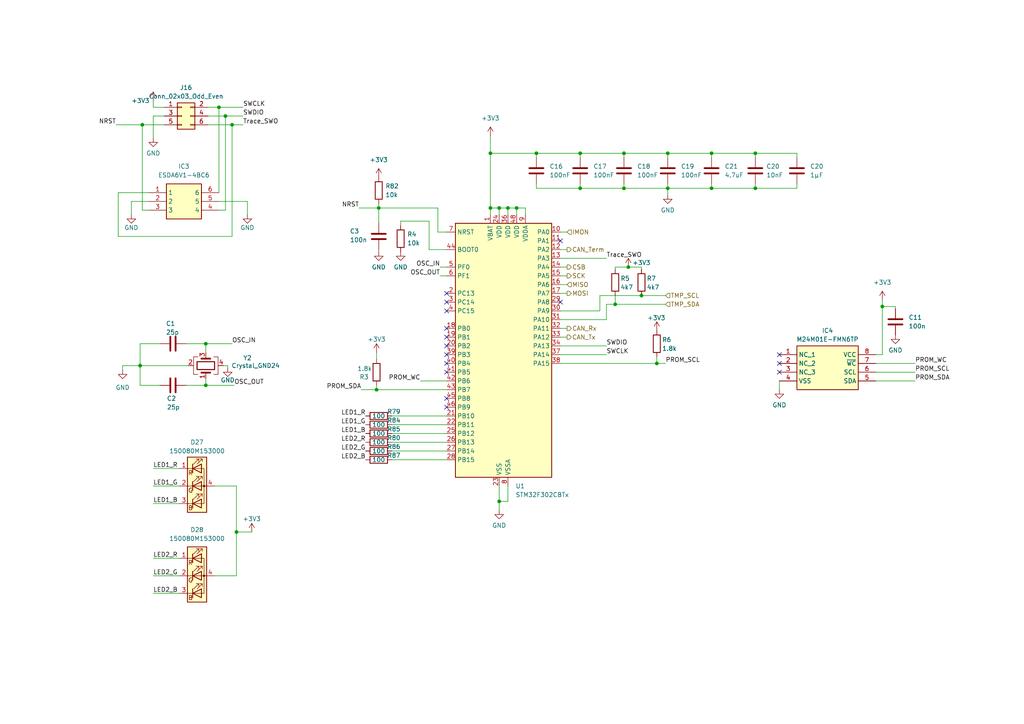
<source format=kicad_sch>
(kicad_sch (version 20230121) (generator eeschema)
  (paper "A4")
  (lib_symbols
    (symbol "Connector_Generic:Conn_02x03_Odd_Even" (pin_names (offset 1.016) hide)
      (property "Reference" "J" (at 1.27 5.08 0))
      (property "Value" "Conn_02x03_Odd_Even" (at 1.27 -5.08 0))
      (symbol "Conn_02x03_Odd_Even_1_1"
        (rectangle (start -1.27 -2.413) (end 0 -2.667) (stroke (width 0.1524)))
        (rectangle (start -1.27 0.127) (end 0 -0.127) (stroke (width 0.1524)))
        (rectangle (start -1.27 2.667) (end 0 2.413) (stroke (width 0.1524)))
        (rectangle (start -1.27 3.81) (end 3.81 -3.81) (stroke (width 0.254)) (fill (type background)))
        (rectangle (start 3.81 -2.413) (end 2.54 -2.667) (stroke (width 0.1524)))
        (rectangle (start 3.81 0.127) (end 2.54 -0.127) (stroke (width 0.1524)))
        (rectangle (start 3.81 2.667) (end 2.54 2.413) (stroke (width 0.1524)))
        (pin passive line (at -5.08 2.54 0) (length 3.81) (name "Pin_1") (number "1"))
        (pin passive line (at 7.62 2.54 180) (length 3.81) (name "Pin_2") (number "2"))
        (pin passive line (at -5.08 0 0) (length 3.81) (name "Pin_3") (number "3"))
        (pin passive line (at 7.62 0 180) (length 3.81) (name "Pin_4") (number "4"))
        (pin passive line (at -5.08 -2.54 0) (length 3.81) (name "Pin_5") (number "5"))
        (pin passive line (at 7.62 -2.54 180) (length 3.81) (name "Pin_6") (number "6"))
      )
    )
    (symbol "Device:C" (pin_numbers hide) (pin_names (offset 0.254))
      (property "Reference" "C" (at 0.635 2.54 0))
      (property "Value" "C" (at 0.635 -2.54 0))
      (symbol "C_0_1"
        (polyline (pts (xy -2.032 -0.762) (xy 2.032 -0.762)) (stroke (width 0.508)))
        (polyline (pts (xy -2.032 0.762) (xy 2.032 0.762)) (stroke (width 0.508)))
      )
      (symbol "C_1_1"
        (pin passive line (at 0 3.81 270) (length 2.794) (name "~") (number "1"))
        (pin passive line (at 0 -3.81 90) (length 2.794) (name "~") (number "2"))
      )
    )
    (symbol "Device:Crystal_GND24" (pin_names (offset 1.016) hide)
      (property "Reference" "Y" (at 3.175 5.08 0))
      (property "Value" "Crystal_GND24" (at 3.175 3.175 0))
      (symbol "Crystal_GND24_0_1"
        (rectangle (start -1.143 2.54) (end 1.143 -2.54) (stroke (width 0.3048)))
        (polyline (pts (xy -2.54 0) (xy -2.032 0)))
        (polyline (pts (xy -2.032 -1.27) (xy -2.032 1.27)) (stroke (width 0.508)))
        (polyline (pts (xy 0 -3.81) (xy 0 -3.556)))
        (polyline (pts (xy 0 3.556) (xy 0 3.81)))
        (polyline (pts (xy 2.032 -1.27) (xy 2.032 1.27)) (stroke (width 0.508)))
        (polyline (pts (xy 2.032 0) (xy 2.54 0)))
        (polyline (pts (xy -2.54 -2.286) (xy -2.54 -3.556) (xy 2.54 -3.556) (xy 2.54 -2.286)))
        (polyline (pts (xy -2.54 2.286) (xy -2.54 3.556) (xy 2.54 3.556) (xy 2.54 2.286)))
      )
      (symbol "Crystal_GND24_1_1"
        (pin passive line (at -3.81 0 0) (length 1.27) (name "1") (number "1"))
        (pin passive line (at 0 5.08 270) (length 1.27) (name "2") (number "2"))
        (pin passive line (at 3.81 0 180) (length 1.27) (name "3") (number "3"))
        (pin passive line (at 0 -5.08 90) (length 1.27) (name "4") (number "4"))
      )
    )
    (symbol "Device:LED_RGBA" (pin_names (offset 0) hide)
      (property "Reference" "D" (at 0 9.398 0))
      (property "Value" "LED_RGBA" (at 0 -8.89 0))
      (symbol "LED_RGBA_0_0"
        (text "B" (at -1.905 -6.35 0) (effects (font (size 1.27 1.27))))
        (text "G" (at -1.905 -1.27 0) (effects (font (size 1.27 1.27))))
        (text "R" (at -1.905 3.81 0) (effects (font (size 1.27 1.27))))
      )
      (symbol "LED_RGBA_0_1"
        (polyline (pts (xy -1.27 -5.08) (xy -2.54 -5.08)))
        (polyline (pts (xy -1.27 -5.08) (xy 1.27 -5.08)))
        (polyline (pts (xy -1.27 -3.81) (xy -1.27 -6.35)) (stroke (width 0.254)))
        (polyline (pts (xy -1.27 0) (xy -2.54 0)))
        (polyline (pts (xy -1.27 1.27) (xy -1.27 -1.27)) (stroke (width 0.254)))
        (polyline (pts (xy -1.27 5.08) (xy -2.54 5.08)))
        (polyline (pts (xy -1.27 5.08) (xy 1.27 5.08)))
        (polyline (pts (xy -1.27 6.35) (xy -1.27 3.81)) (stroke (width 0.254)))
        (polyline (pts (xy 1.27 0) (xy -1.27 0)))
        (polyline (pts (xy 1.27 0) (xy 2.54 0)))
        (polyline (pts (xy -1.27 1.27) (xy -1.27 -1.27) (xy -1.27 -1.27)))
        (polyline (pts (xy -1.27 6.35) (xy -1.27 3.81) (xy -1.27 3.81)))
        (polyline (pts (xy 1.27 -5.08) (xy 2.032 -5.08) (xy 2.032 5.08) (xy 1.27 5.08)))
        (polyline (pts (xy 1.27 -3.81) (xy 1.27 -6.35) (xy -1.27 -5.08) (xy 1.27 -3.81)) (stroke (width 0.254)))
        (polyline (pts (xy 1.27 1.27) (xy 1.27 -1.27) (xy -1.27 0) (xy 1.27 1.27)) (stroke (width 0.254)))
        (polyline (pts (xy 1.27 6.35) (xy 1.27 3.81) (xy -1.27 5.08) (xy 1.27 6.35)) (stroke (width 0.254)))
        (polyline (pts (xy -1.016 -3.81) (xy 0.508 -2.286) (xy -0.254 -2.286) (xy 0.508 -2.286) (xy 0.508 -3.048)))
        (polyline (pts (xy -1.016 1.27) (xy 0.508 2.794) (xy -0.254 2.794) (xy 0.508 2.794) (xy 0.508 2.032)))
        (polyline (pts (xy -1.016 6.35) (xy 0.508 7.874) (xy -0.254 7.874) (xy 0.508 7.874) (xy 0.508 7.112)))
        (polyline (pts (xy 0 -3.81) (xy 1.524 -2.286) (xy 0.762 -2.286) (xy 1.524 -2.286) (xy 1.524 -3.048)))
        (polyline (pts (xy 0 1.27) (xy 1.524 2.794) (xy 0.762 2.794) (xy 1.524 2.794) (xy 1.524 2.032)))
        (polyline (pts (xy 0 6.35) (xy 1.524 7.874) (xy 0.762 7.874) (xy 1.524 7.874) (xy 1.524 7.112)))
        (rectangle (start 1.27 -1.27) (end 1.27 1.27))
        (rectangle (start 1.27 1.27) (end 1.27 1.27))
        (rectangle (start 1.27 3.81) (end 1.27 6.35))
        (rectangle (start 1.27 6.35) (end 1.27 6.35))
        (circle (center 2.032 0) (radius 0.254) (fill (type outline)))
        (rectangle (start 2.794 8.382) (end -2.794 -7.62) (stroke (width 0.254)) (fill (type background)))
      )
      (symbol "LED_RGBA_1_1"
        (pin passive line (at -5.08 5.08 0) (length 2.54) (name "RK") (number "1"))
        (pin passive line (at -5.08 0 0) (length 2.54) (name "GK") (number "2"))
        (pin passive line (at -5.08 -5.08 0) (length 2.54) (name "BK") (number "3"))
        (pin passive line (at 5.08 0 180) (length 2.54) (name "A") (number "4"))
      )
    )
    (symbol "Device:R" (pin_numbers hide) (pin_names (offset 0))
      (property "Reference" "R" (at 2.032 0 90))
      (property "Value" "R" (at 0 0 90))
      (symbol "R_0_1"
        (rectangle (start -1.016 -2.54) (end 1.016 2.54) (stroke (width 0.254)))
      )
      (symbol "R_1_1"
        (pin passive line (at 0 3.81 270) (length 1.27) (name "~") (number "1"))
        (pin passive line (at 0 -3.81 90) (length 1.27) (name "~") (number "2"))
      )
    )
    (symbol "ESDA6V1-4BC6:ESDA6V1-4BC6"
      (property "Reference" "IC" (at 16.51 7.62 0))
      (property "Value" "ESDA6V1-4BC6" (at 16.51 5.08 0))
      (symbol "ESDA6V1-4BC6_1_1"
        (rectangle (start 5.08 2.54) (end 15.24 -7.62) (stroke (width 0.254)) (fill (type background)))
        (pin passive line (at 0 0 0) (length 5.08) (name "1") (number "1"))
        (pin passive line (at 0 -2.54 0) (length 5.08) (name "2") (number "2"))
        (pin passive line (at 0 -5.08 0) (length 5.08) (name "3") (number "3"))
        (pin passive line (at 20.32 -5.08 180) (length 5.08) (name "4") (number "4"))
        (pin passive line (at 20.32 -2.54 180) (length 5.08) (name "5") (number "5"))
        (pin passive line (at 20.32 0 180) (length 5.08) (name "6") (number "6"))
      )
    )
    (symbol "M24M01E-FMN6TP:M24M01E-FMN6TP"
      (property "Reference" "IC" (at 24.13 7.62 0))
      (property "Value" "M24M01E-FMN6TP" (at 24.13 5.08 0))
      (symbol "M24M01E-FMN6TP_1_1"
        (rectangle (start 5.08 2.54) (end 22.86 -10.16) (stroke (width 0.254)) (fill (type background)))
        (pin passive line (at 0 0 0) (length 5.08) (name "NC_1") (number "1"))
        (pin passive line (at 0 -2.54 0) (length 5.08) (name "NC_2") (number "2"))
        (pin passive line (at 0 -5.08 0) (length 5.08) (name "NC_3") (number "3"))
        (pin passive line (at 0 -7.62 0) (length 5.08) (name "VSS") (number "4"))
        (pin passive line (at 27.94 -7.62 180) (length 5.08) (name "SDA") (number "5"))
        (pin passive line (at 27.94 -5.08 180) (length 5.08) (name "SCL") (number "6"))
        (pin passive line (at 27.94 -2.54 180) (length 5.08) (name "~{WC}") (number "7"))
        (pin passive line (at 27.94 0 180) (length 5.08) (name "VCC") (number "8"))
      )
    )
    (symbol "MCU_ST_STM32F3:STM32F302CBTx"
      (property "Reference" "U" (at -12.7 39.37 0))
      (property "Value" "STM32F302CBTx" (at 10.16 39.37 0))
      (symbol "STM32F302CBTx_0_1"
        (rectangle (start -12.7 -35.56) (end 15.24 38.1) (stroke (width 0.254)) (fill (type background)))
      )
      (symbol "STM32F302CBTx_1_1"
        (pin power_in line (at -2.54 40.64 270) (length 2.54) (name "VBAT") (number "1"))
        (pin bidirectional line (at 17.78 35.56 180) (length 2.54) (name "PA0") (number "10"))
        (pin bidirectional line (at 17.78 33.02 180) (length 2.54) (name "PA1") (number "11"))
        (pin bidirectional line (at 17.78 30.48 180) (length 2.54) (name "PA2") (number "12"))
        (pin bidirectional line (at 17.78 27.94 180) (length 2.54) (name "PA3") (number "13"))
        (pin bidirectional line (at 17.78 25.4 180) (length 2.54) (name "PA4") (number "14"))
        (pin bidirectional line (at 17.78 22.86 180) (length 2.54) (name "PA5") (number "15"))
        (pin bidirectional line (at 17.78 20.32 180) (length 2.54) (name "PA6") (number "16"))
        (pin bidirectional line (at 17.78 17.78 180) (length 2.54) (name "PA7") (number "17"))
        (pin bidirectional line (at -15.24 7.62 0) (length 2.54) (name "PB0") (number "18"))
        (pin bidirectional line (at -15.24 5.08 0) (length 2.54) (name "PB1") (number "19"))
        (pin bidirectional line (at -15.24 17.78 0) (length 2.54) (name "PC13") (number "2"))
        (pin bidirectional line (at -15.24 2.54 0) (length 2.54) (name "PB2") (number "20"))
        (pin bidirectional line (at -15.24 -17.78 0) (length 2.54) (name "PB10") (number "21"))
        (pin bidirectional line (at -15.24 -20.32 0) (length 2.54) (name "PB11") (number "22"))
        (pin power_in line (at 0 -38.1 90) (length 2.54) (name "VSS") (number "23"))
        (pin power_in line (at 0 40.64 270) (length 2.54) (name "VDD") (number "24"))
        (pin bidirectional line (at -15.24 -22.86 0) (length 2.54) (name "PB12") (number "25"))
        (pin bidirectional line (at -15.24 -25.4 0) (length 2.54) (name "PB13") (number "26"))
        (pin bidirectional line (at -15.24 -27.94 0) (length 2.54) (name "PB14") (number "27"))
        (pin bidirectional line (at -15.24 -30.48 0) (length 2.54) (name "PB15") (number "28"))
        (pin bidirectional line (at 17.78 15.24 180) (length 2.54) (name "PA8") (number "29"))
        (pin bidirectional line (at -15.24 15.24 0) (length 2.54) (name "PC14") (number "3"))
        (pin bidirectional line (at 17.78 12.7 180) (length 2.54) (name "PA9") (number "30"))
        (pin bidirectional line (at 17.78 10.16 180) (length 2.54) (name "PA10") (number "31"))
        (pin bidirectional line (at 17.78 7.62 180) (length 2.54) (name "PA11") (number "32"))
        (pin bidirectional line (at 17.78 5.08 180) (length 2.54) (name "PA12") (number "33"))
        (pin bidirectional line (at 17.78 2.54 180) (length 2.54) (name "PA13") (number "34"))
        (pin passive line (at 0 -38.1 90) (length 2.54) hide (name "VSS") (number "35"))
        (pin power_in line (at 2.54 40.64 270) (length 2.54) (name "VDD") (number "36"))
        (pin bidirectional line (at 17.78 0 180) (length 2.54) (name "PA14") (number "37"))
        (pin bidirectional line (at 17.78 -2.54 180) (length 2.54) (name "PA15") (number "38"))
        (pin bidirectional line (at -15.24 0 0) (length 2.54) (name "PB3") (number "39"))
        (pin bidirectional line (at -15.24 12.7 0) (length 2.54) (name "PC15") (number "4"))
        (pin bidirectional line (at -15.24 -2.54 0) (length 2.54) (name "PB4") (number "40"))
        (pin bidirectional line (at -15.24 -5.08 0) (length 2.54) (name "PB5") (number "41"))
        (pin bidirectional line (at -15.24 -7.62 0) (length 2.54) (name "PB6") (number "42"))
        (pin bidirectional line (at -15.24 -10.16 0) (length 2.54) (name "PB7") (number "43"))
        (pin input line (at -15.24 30.48 0) (length 2.54) (name "BOOT0") (number "44"))
        (pin bidirectional line (at -15.24 -12.7 0) (length 2.54) (name "PB8") (number "45"))
        (pin bidirectional line (at -15.24 -15.24 0) (length 2.54) (name "PB9") (number "46"))
        (pin passive line (at 0 -38.1 90) (length 2.54) hide (name "VSS") (number "47"))
        (pin power_in line (at 5.08 40.64 270) (length 2.54) (name "VDD") (number "48"))
        (pin bidirectional line (at -15.24 25.4 0) (length 2.54) (name "PF0") (number "5"))
        (pin bidirectional line (at -15.24 22.86 0) (length 2.54) (name "PF1") (number "6"))
        (pin input line (at -15.24 35.56 0) (length 2.54) (name "NRST") (number "7"))
        (pin power_in line (at 2.54 -38.1 90) (length 2.54) (name "VSSA") (number "8"))
        (pin power_in line (at 7.62 40.64 270) (length 2.54) (name "VDDA") (number "9"))
      )
    )
    (symbol "power:+3V3" (power) (pin_names (offset 0))
      (property "Value" "+3V3" (at 0 3.556 0))
      (symbol "+3V3_0_1"
        (polyline (pts (xy -0.762 1.27) (xy 0 2.54)))
        (polyline (pts (xy 0 0) (xy 0 2.54)))
        (polyline (pts (xy 0 2.54) (xy 0.762 1.27)))
      )
      (symbol "+3V3_1_1"
        (pin power_in line (at 0 0 90) (length 0) hide (name "+3V3") (number "1"))
      )
    )
    (symbol "power:GND" (power) (pin_names (offset 0))
      (property "Value" "GND" (at 0 -3.81 0))
      (symbol "GND_0_1"
        (polyline (pts (xy 0 0) (xy 0 -1.27) (xy 1.27 -1.27) (xy 0 -2.54) (xy -1.27 -1.27) (xy 0 -1.27)))
      )
      (symbol "GND_1_1"
        (pin power_in line (at 0 0 270) (length 0) hide (name "GND") (number "1"))
      )
    )
  )
  (junction (at 193.675 54.61))
  (junction (at 147.32 60.325))
  (junction (at 178.435 88.265))
  (junction (at 219.075 44.45))
  (junction (at 41.275 36.195))
  (junction (at 206.375 54.61))
  (junction (at 206.375 44.45))
  (junction (at 142.24 44.45))
  (junction (at 144.78 60.325))
  (junction (at 180.975 44.45))
  (junction (at 186.055 85.725))
  (junction (at 109.22 113.03))
  (junction (at 59.69 99.695))
  (junction (at 180.975 54.61))
  (junction (at 67.31 36.195))
  (junction (at 149.86 60.325))
  (junction (at 182.245 77.47))
  (junction (at 219.075 54.61))
  (junction (at 142.24 60.325))
  (junction (at 68.58 154.305))
  (junction (at 190.5 105.41))
  (junction (at 40.64 106.045))
  (junction (at 255.905 88.9))
  (junction (at 63.5 31.115))
  (junction (at 109.855 60.325))
  (junction (at 168.275 54.61))
  (junction (at 65.405 33.655))
  (junction (at 155.575 44.45))
  (junction (at 144.78 145.415))
  (junction (at 59.69 111.76))
  (junction (at 193.675 44.45))
  (junction (at 168.275 44.45))
  (no_connect (at 129.54 90.17))
  (no_connect (at 129.54 100.33))
  (no_connect (at 226.06 107.95))
  (no_connect (at 226.06 102.87))
  (no_connect (at 129.54 115.57))
  (no_connect (at 129.54 107.95))
  (no_connect (at 129.54 87.63))
  (no_connect (at 129.54 95.25))
  (no_connect (at 129.54 102.87))
  (no_connect (at 162.56 87.63))
  (no_connect (at 162.56 69.85))
  (no_connect (at 129.54 85.09))
  (no_connect (at 129.54 105.41))
  (no_connect (at 129.54 97.79))
  (no_connect (at 129.54 118.11))
  (no_connect (at 226.06 105.41))
  (wire (pts (xy 109.22 113.03) (xy 129.54 113.03)))
  (wire (pts (xy 38.1 58.42) (xy 43.18 58.42)))
  (wire (pts (xy 67.31 68.58) (xy 67.31 36.195)))
  (wire (pts (xy 155.575 44.45) (xy 155.575 45.72)))
  (wire (pts (xy 144.78 60.325) (xy 144.78 62.23)))
  (wire (pts (xy 164.465 80.01) (xy 162.56 80.01)))
  (wire (pts (xy 144.78 145.415) (xy 144.78 147.955)))
  (wire (pts (xy 265.43 107.95) (xy 254 107.95)))
  (wire (pts (xy 60.325 36.195) (xy 67.31 36.195)))
  (wire (pts (xy 265.43 110.49) (xy 254 110.49)))
  (wire (pts (xy 149.86 62.23) (xy 149.86 60.325)))
  (wire (pts (xy 193.675 54.61) (xy 180.975 54.61)))
  (wire (pts (xy 162.56 95.25) (xy 164.465 95.25)))
  (wire (pts (xy 255.905 86.995) (xy 255.905 88.9)))
  (wire (pts (xy 168.275 53.34) (xy 168.275 54.61)))
  (wire (pts (xy 44.45 31.115) (xy 47.625 31.115)))
  (wire (pts (xy 193.675 54.61) (xy 206.375 54.61)))
  (wire (pts (xy 193.675 44.45) (xy 180.975 44.45)))
  (wire (pts (xy 44.45 33.655) (xy 44.45 40.005)))
  (wire (pts (xy 265.43 105.41) (xy 254 105.41)))
  (wire (pts (xy 193.675 54.61) (xy 193.675 56.515)))
  (wire (pts (xy 147.32 145.415) (xy 144.78 145.415)))
  (wire (pts (xy 44.45 172.085) (xy 52.07 172.085)))
  (wire (pts (xy 63.5 58.42) (xy 71.755 58.42)))
  (wire (pts (xy 180.975 53.34) (xy 180.975 54.61)))
  (wire (pts (xy 33.655 36.195) (xy 41.275 36.195)))
  (wire (pts (xy 44.45 140.97) (xy 52.07 140.97)))
  (wire (pts (xy 44.45 135.89) (xy 52.07 135.89)))
  (wire (pts (xy 206.375 44.45) (xy 219.075 44.45)))
  (wire (pts (xy 178.435 77.47) (xy 178.435 78.105)))
  (wire (pts (xy 206.375 54.61) (xy 219.075 54.61)))
  (wire (pts (xy 178.435 85.725) (xy 178.435 88.265)))
  (wire (pts (xy 41.275 36.195) (xy 41.275 60.96)))
  (wire (pts (xy 162.56 77.47) (xy 164.465 77.47)))
  (wire (pts (xy 63.5 31.115) (xy 70.485 31.115)))
  (wire (pts (xy 109.855 60.325) (xy 109.855 64.77)))
  (wire (pts (xy 129.54 72.39) (xy 124.46 72.39)))
  (wire (pts (xy 173.99 90.17) (xy 162.56 90.17)))
  (wire (pts (xy 59.69 111.76) (xy 67.945 111.76)))
  (wire (pts (xy 62.23 167.005) (xy 68.58 167.005)))
  (wire (pts (xy 254 102.87) (xy 255.905 102.87)))
  (wire (pts (xy 186.055 85.725) (xy 193.04 85.725)))
  (wire (pts (xy 164.465 85.09) (xy 162.56 85.09)))
  (wire (pts (xy 193.675 44.45) (xy 193.675 45.72)))
  (wire (pts (xy 193.675 53.34) (xy 193.675 54.61)))
  (wire (pts (xy 65.405 33.655) (xy 65.405 60.96)))
  (wire (pts (xy 63.5 31.115) (xy 63.5 55.88)))
  (wire (pts (xy 190.5 103.505) (xy 190.5 105.41)))
  (wire (pts (xy 47.625 33.655) (xy 44.45 33.655)))
  (wire (pts (xy 109.22 102.235) (xy 109.22 104.14)))
  (wire (pts (xy 186.055 77.47) (xy 186.055 78.105)))
  (wire (pts (xy 127.635 77.47) (xy 129.54 77.47)))
  (wire (pts (xy 129.54 67.31) (xy 127 67.31)))
  (wire (pts (xy 40.64 106.045) (xy 40.64 111.76)))
  (wire (pts (xy 34.29 68.58) (xy 67.31 68.58)))
  (wire (pts (xy 104.14 60.325) (xy 109.855 60.325)))
  (wire (pts (xy 35.56 106.045) (xy 40.64 106.045)))
  (wire (pts (xy 63.5 60.96) (xy 65.405 60.96)))
  (wire (pts (xy 44.45 161.925) (xy 52.07 161.925)))
  (wire (pts (xy 147.32 60.325) (xy 149.86 60.325)))
  (wire (pts (xy 255.905 88.9) (xy 255.905 102.87)))
  (wire (pts (xy 219.075 54.61) (xy 231.14 54.61)))
  (wire (pts (xy 219.075 54.61) (xy 219.075 53.34)))
  (wire (pts (xy 155.575 54.61) (xy 155.575 53.34)))
  (wire (pts (xy 113.665 120.65) (xy 129.54 120.65)))
  (wire (pts (xy 113.665 123.19) (xy 129.54 123.19)))
  (wire (pts (xy 35.56 106.045) (xy 35.56 107.315)))
  (wire (pts (xy 53.975 99.695) (xy 59.69 99.695)))
  (wire (pts (xy 40.64 106.045) (xy 54.61 106.045)))
  (wire (pts (xy 59.69 109.855) (xy 59.69 111.76)))
  (wire (pts (xy 68.58 154.305) (xy 68.58 167.005)))
  (wire (pts (xy 113.665 128.27) (xy 129.54 128.27)))
  (wire (pts (xy 149.86 60.325) (xy 152.4 60.325)))
  (wire (pts (xy 162.56 100.33) (xy 175.895 100.33)))
  (wire (pts (xy 164.465 82.55) (xy 162.56 82.55)))
  (wire (pts (xy 142.24 39.37) (xy 142.24 44.45)))
  (wire (pts (xy 40.64 99.695) (xy 40.64 106.045)))
  (wire (pts (xy 144.78 60.325) (xy 147.32 60.325)))
  (wire (pts (xy 66.04 106.045) (xy 66.04 106.68)))
  (wire (pts (xy 53.975 111.76) (xy 59.69 111.76)))
  (wire (pts (xy 147.32 140.97) (xy 147.32 145.415)))
  (wire (pts (xy 175.895 74.93) (xy 162.56 74.93)))
  (wire (pts (xy 142.24 62.23) (xy 142.24 60.325)))
  (wire (pts (xy 127 60.325) (xy 109.855 60.325)))
  (wire (pts (xy 109.855 72.39) (xy 109.855 73.025)))
  (wire (pts (xy 44.45 29.21) (xy 44.45 31.115)))
  (wire (pts (xy 182.245 77.47) (xy 186.055 77.47)))
  (wire (pts (xy 127.635 80.01) (xy 129.54 80.01)))
  (wire (pts (xy 60.325 33.655) (xy 65.405 33.655)))
  (wire (pts (xy 231.14 53.34) (xy 231.14 54.61)))
  (wire (pts (xy 41.275 60.96) (xy 43.18 60.96)))
  (wire (pts (xy 64.77 106.045) (xy 66.04 106.045)))
  (wire (pts (xy 71.755 58.42) (xy 71.755 62.23)))
  (wire (pts (xy 164.465 67.31) (xy 162.56 67.31)))
  (wire (pts (xy 231.14 44.45) (xy 219.075 44.45)))
  (wire (pts (xy 168.275 44.45) (xy 168.275 45.72)))
  (wire (pts (xy 104.775 113.03) (xy 109.22 113.03)))
  (wire (pts (xy 175.895 88.265) (xy 178.435 88.265)))
  (wire (pts (xy 46.355 111.76) (xy 40.64 111.76)))
  (wire (pts (xy 124.46 72.39) (xy 124.46 64.135)))
  (wire (pts (xy 175.895 88.265) (xy 175.895 92.71)))
  (wire (pts (xy 190.5 105.41) (xy 193.04 105.41)))
  (wire (pts (xy 162.56 97.79) (xy 164.465 97.79)))
  (wire (pts (xy 59.69 99.695) (xy 67.31 99.695)))
  (wire (pts (xy 124.46 64.135) (xy 116.205 64.135)))
  (wire (pts (xy 180.975 44.45) (xy 180.975 45.72)))
  (wire (pts (xy 219.075 44.45) (xy 219.075 45.72)))
  (wire (pts (xy 109.22 111.76) (xy 109.22 113.03)))
  (wire (pts (xy 41.275 36.195) (xy 47.625 36.195)))
  (wire (pts (xy 46.355 99.695) (xy 40.64 99.695)))
  (wire (pts (xy 206.375 44.45) (xy 206.375 45.72)))
  (wire (pts (xy 175.895 92.71) (xy 162.56 92.71)))
  (wire (pts (xy 113.665 133.35) (xy 129.54 133.35)))
  (wire (pts (xy 144.78 140.97) (xy 144.78 145.415)))
  (wire (pts (xy 162.56 105.41) (xy 190.5 105.41)))
  (wire (pts (xy 34.29 55.88) (xy 43.18 55.88)))
  (wire (pts (xy 193.675 44.45) (xy 206.375 44.45)))
  (wire (pts (xy 142.24 44.45) (xy 155.575 44.45)))
  (wire (pts (xy 152.4 62.23) (xy 152.4 60.325)))
  (wire (pts (xy 178.435 77.47) (xy 182.245 77.47)))
  (wire (pts (xy 259.715 88.9) (xy 259.715 89.535)))
  (wire (pts (xy 109.855 59.055) (xy 109.855 60.325)))
  (wire (pts (xy 168.275 44.45) (xy 155.575 44.45)))
  (wire (pts (xy 173.99 85.725) (xy 186.055 85.725)))
  (wire (pts (xy 60.325 31.115) (xy 63.5 31.115)))
  (wire (pts (xy 59.69 99.695) (xy 59.69 102.235)))
  (wire (pts (xy 34.29 68.58) (xy 34.29 55.88)))
  (wire (pts (xy 173.99 85.725) (xy 173.99 90.17)))
  (wire (pts (xy 147.32 60.325) (xy 147.32 62.23)))
  (wire (pts (xy 116.205 64.135) (xy 116.205 65.405)))
  (wire (pts (xy 127 67.31) (xy 127 60.325)))
  (wire (pts (xy 68.58 140.97) (xy 62.23 140.97)))
  (wire (pts (xy 113.665 130.81) (xy 129.54 130.81)))
  (wire (pts (xy 168.275 54.61) (xy 155.575 54.61)))
  (wire (pts (xy 206.375 53.34) (xy 206.375 54.61)))
  (wire (pts (xy 38.1 58.42) (xy 38.1 62.23)))
  (wire (pts (xy 68.58 140.97) (xy 68.58 154.305)))
  (wire (pts (xy 113.665 125.73) (xy 129.54 125.73)))
  (wire (pts (xy 226.06 113.03) (xy 226.06 110.49)))
  (wire (pts (xy 68.58 154.305) (xy 73.025 154.305)))
  (wire (pts (xy 231.14 45.72) (xy 231.14 44.45)))
  (wire (pts (xy 65.405 33.655) (xy 70.485 33.655)))
  (wire (pts (xy 44.45 167.005) (xy 52.07 167.005)))
  (wire (pts (xy 44.45 146.05) (xy 52.07 146.05)))
  (wire (pts (xy 180.975 44.45) (xy 168.275 44.45)))
  (wire (pts (xy 142.24 60.325) (xy 142.24 44.45)))
  (wire (pts (xy 178.435 88.265) (xy 193.04 88.265)))
  (wire (pts (xy 162.56 72.39) (xy 164.465 72.39)))
  (wire (pts (xy 259.715 88.9) (xy 255.905 88.9)))
  (wire (pts (xy 121.92 110.49) (xy 129.54 110.49)))
  (wire (pts (xy 162.56 102.87) (xy 175.895 102.87)))
  (wire (pts (xy 67.31 36.195) (xy 70.485 36.195)))
  (wire (pts (xy 142.24 60.325) (xy 144.78 60.325)))
  (wire (pts (xy 180.975 54.61) (xy 168.275 54.61)))
  (label "Trace_SWO" (at 175.895 74.93 0))
  (label "OSC_OUT" (at 127.635 80.01 180))
  (label "PROM_SCL" (at 193.04 105.41 0))
  (label "LED1_G" (at 44.45 140.97 0))
  (label "LED1_R" (at 44.45 135.89 0))
  (label "LED2_R" (at 44.45 161.925 0))
  (label "PROM_WC" (at 121.92 110.49 180))
  (label "LED2_G" (at 106.045 130.81 180))
  (label "PROM_SDA" (at 265.43 110.49 0))
  (label "SWCLK" (at 70.485 31.115 0))
  (label "LED2_R" (at 106.045 128.27 180))
  (label "SWCLK" (at 175.895 102.87 0))
  (label "LED2_G" (at 44.45 167.005 0))
  (label "PROM_SDA" (at 104.775 113.03 180))
  (label "OSC_IN" (at 127.635 77.47 180))
  (label "LED1_R" (at 106.045 120.65 180))
  (label "Trace_SWO" (at 70.485 36.195 0))
  (label "SWDIO" (at 175.895 100.33 0))
  (label "OSC_IN" (at 67.31 99.695 0))
  (label "LED1_G" (at 106.045 123.19 180))
  (label "OSC_OUT" (at 67.945 111.76 0))
  (label "NRST" (at 33.655 36.195 180))
  (label "LED1_B" (at 106.045 125.73 180))
  (label "NRST" (at 104.14 60.325 180))
  (label "LED2_B" (at 44.45 172.085 0))
  (label "PROM_WC" (at 265.43 105.41 0))
  (label "SWDIO" (at 70.485 33.655 0))
  (label "LED1_B" (at 44.45 146.05 0))
  (label "LED2_B" (at 106.045 133.35 180))
  (label "PROM_SCL" (at 265.43 107.95 0))
  (hierarchical_label "MOSI" (shape output) (at 164.465 85.09 0))
  (hierarchical_label "SCK" (shape output) (at 164.465 80.01 0))
  (hierarchical_label "CAN_Term" (shape output) (at 164.465 72.39 0))
  (hierarchical_label "CSB" (shape output) (at 164.465 77.47 0))
  (hierarchical_label "MISO" (shape input) (at 164.465 82.55 0))
  (hierarchical_label "IMON" (shape input) (at 164.465 67.31 0))
  (hierarchical_label "CAN_Tx" (shape output) (at 164.465 97.79 0))
  (hierarchical_label "TMP_SCL" (shape input) (at 193.04 85.725 0))
  (hierarchical_label "TMP_SDA" (shape input) (at 193.04 88.265 0))
  (hierarchical_label "CAN_Rx" (shape output) (at 164.465 95.25 0))
  (symbol (lib_id "Device:R") (at 190.5 99.695 0) (unit 1)
    (property "Reference" "R6" (at 192.024 98.552 0) (effects (justify left)))
    (property "Value" "1.8k" (at 192.024 101.092 0) (effects (justify left)))
    (property "Footprint" "Resistor_SMD:R_0603_1608Metric" (effects hide))
  )
  (symbol (lib_id "Device:LED_RGBA") (at 57.15 140.97 0) (unit 1)
    (property "Reference" "D27" (at 57.15 128.27 0))
    (property "Value" "150080M153000" (at 57.15 130.81 0))
    (property "Footprint" "Slave:LED_150080M153000" (effects hide))
  )
  (symbol (lib_id "Device:C") (at 193.675 49.53 0) (unit 1)
    (property "Reference" "C19" (at 197.485 48.2599 0) (effects (justify left)))
    (property "Value" "100nF" (at 197.485 50.7999 0) (effects (justify left)))
    (property "Footprint" "Capacitor_SMD:C_0603_1608Metric" (effects hide))
    (instances (project "Slave_FT23_v2" (path "" (reference "C19") (unit 1))) (project "FT24-AMS_Slave-v5" (path "" (reference "C7") (unit 1))))
  )
  (symbol (lib_id "Device:R") (at 109.855 123.19 90) (mirror x) (unit 1)
    (property "Reference" "R84" (at 116.205 121.92 90) (effects (justify left)))
    (property "Value" "100" (at 111.76 123.19 90) (effects (justify left)))
    (property "Footprint" "Resistor_SMD:R_0603_1608Metric" (effects hide))
  )
  (symbol (lib_id "power:GND") (at 226.06 113.03 0) (unit 1)
    (property "Reference" "#PWR032" (effects hide))
    (property "Value" "GND" (at 226.06 117.475 0))
  )
  (symbol (lib_id "Device:R") (at 116.205 69.215 0) (unit 1)
    (property "Reference" "R4" (at 118.11 67.945 0) (effects (justify left)))
    (property "Value" "10k" (at 118.11 70.485 0) (effects (justify left)))
    (property "Footprint" "Resistor_SMD:R_0603_1608Metric" (effects hide))
  )
  (symbol (lib_id "power:+3V3") (at 182.245 77.47 0) (unit 1)
    (property "Reference" "#PWR052" (effects hide))
    (property "Value" "+3V3" (at 186.055 76.2 0))
    (instances (project "Slave_FT23_v2" (path "" (reference "#PWR052") (unit 1))) (project "FT24-AMS_Slave-v5" (path "" (reference "#PWR030") (unit 1))))
  )
  (symbol (lib_id "Device:C") (at 219.075 49.53 0) (unit 1)
    (property "Reference" "C20" (at 222.25 48.26 0) (effects (justify left)))
    (property "Value" "10nF" (at 222.25 50.8 0) (effects (justify left)))
    (property "Footprint" "Capacitor_SMD:C_0603_1608Metric" (effects hide))
    (instances (project "Slave_FT23_v2" (path "" (reference "C20") (unit 1))) (project "FT24-AMS_Slave-v5" (path "" (reference "C9") (unit 1))))
  )
  (symbol (lib_id "Device:C") (at 231.14 49.53 0) (unit 1)
    (property "Reference" "C20" (at 234.95 48.26 0) (effects (justify left)))
    (property "Value" "1µF" (at 234.95 50.8 0) (effects (justify left)))
    (property "Footprint" "Capacitor_SMD:C_0603_1608Metric" (effects hide))
    (instances (project "Slave_FT23_v2" (path "" (reference "C20") (unit 1))) (project "FT24-AMS_Slave-v5" (path "" (reference "C10") (unit 1))))
  )
  (symbol (lib_id "Device:C") (at 50.165 99.695 270) (unit 1)
    (property "Reference" "C1" (at 48.133 93.853 90) (effects (justify left)))
    (property "Value" "25p" (at 48.133 96.393 90) (effects (justify left)))
    (property "Footprint" "Capacitor_SMD:C_0603_1608Metric" (effects hide))
  )
  (symbol (lib_id "power:+3V3") (at 190.5 95.885 0) (unit 1)
    (property "Reference" "#PWR052" (effects hide))
    (property "Value" "+3V3" (at 190.373 92.202 0))
    (instances (project "Slave_FT23_v2" (path "" (reference "#PWR052") (unit 1))) (project "FT24-AMS_Slave-v5" (path "" (reference "#PWR031") (unit 1))))
  )
  (symbol (lib_id "M24M01E-FMN6TP:M24M01E-FMN6TP") (at 226.06 102.87 0) (unit 1)
    (property "Reference" "IC4" (at 240.03 95.885 0))
    (property "Value" "M24M01E-FMN6TP" (at 240.03 98.425 0))
    (property "Footprint" "Package_SO:SO-8_3.9x4.9mm_P1.27mm" (effects hide))
    (property "Datasheet" "https://www.st.com/resource/en/datasheet/m24m01e-f.pdf" (effects hide))
    (property "Height" "1.75" (effects hide))
    (property "Manufacturer_Name" "STMicroelectronics" (effects hide))
    (property "Manufacturer_Part_Number" "M24M01E-FMN6TP" (effects hide))
  )
  (symbol (lib_id "power:GND") (at 44.45 40.005 0) (unit 1)
    (property "Reference" "#PWR022" (effects hide))
    (property "Value" "GND" (at 44.45 44.45 0))
  )
  (symbol (lib_id "Device:R") (at 109.855 133.35 90) (mirror x) (unit 1)
    (property "Reference" "R87" (at 116.205 132.08 90) (effects (justify left)))
    (property "Value" "100" (at 111.76 133.35 90) (effects (justify left)))
    (property "Footprint" "Resistor_SMD:R_0603_1608Metric" (effects hide))
  )
  (symbol (lib_id "Device:C") (at 50.165 111.76 270) (unit 1)
    (property "Reference" "C2" (at 48.387 115.57 90) (effects (justify left)))
    (property "Value" "25p" (at 48.387 118.11 90) (effects (justify left)))
    (property "Footprint" "Capacitor_SMD:C_0603_1608Metric" (effects hide))
  )
  (symbol (lib_id "Device:R") (at 109.855 130.81 90) (mirror x) (unit 1)
    (property "Reference" "R86" (at 116.205 129.54 90) (effects (justify left)))
    (property "Value" "100" (at 111.76 130.81 90) (effects (justify left)))
    (property "Footprint" "Resistor_SMD:R_0603_1608Metric" (effects hide))
  )
  (symbol (lib_id "power:+3V3") (at 44.45 29.21 0) (unit 1)
    (property "Reference" "#PWR036" (effects hide))
    (property "Value" "+3V3" (at 38.1 29.21 0) (effects (justify left)))
    (instances (project "Slave_FT23_v2" (path "" (reference "#PWR036") (unit 1))) (project "FT24-AMS_Slave-v5" (path "" (reference "#PWR021") (unit 1))))
  )
  (symbol (lib_id "Device:R") (at 109.855 120.65 90) (mirror x) (unit 1)
    (property "Reference" "R79" (at 116.205 119.38 90) (effects (justify left)))
    (property "Value" "100" (at 111.76 120.65 90) (effects (justify left)))
    (property "Footprint" "Resistor_SMD:R_0603_1608Metric" (effects hide))
  )
  (symbol (lib_id "MCU_ST_STM32F3:STM32F302CBTx") (at 144.78 102.87 0) (unit 1)
    (property "Reference" "U1" (at 149.5141 140.97 0) (effects (justify left)))
    (property "Value" "STM32F302CBTx" (at 149.5141 143.51 0) (effects (justify left)))
    (property "Footprint" "Package_QFP:LQFP-48_7x7mm_P0.5mm" (effects hide))
    (property "Datasheet" "https://www.st.com/resource/en/datasheet/stm32f302cb.pdf" (effects hide))
  )
  (symbol (lib_id "power:GND") (at 66.04 106.68 0) (unit 1)
    (property "Reference" "#PWR068" (effects hide))
    (property "Value" "GND" (at 66.04 110.236 0))
  )
  (symbol (lib_id "Device:C") (at 109.855 68.58 0) (unit 1)
    (property "Reference" "C3" (at 101.473 67.056 0) (effects (justify left)))
    (property "Value" "100n" (at 101.473 69.596 0) (effects (justify left)))
    (property "Footprint" "Capacitor_SMD:C_0603_1608Metric" (effects hide))
  )
  (symbol (lib_id "power:GND") (at 193.675 56.515 0) (unit 1)
    (property "Reference" "#PWR064" (effects hide))
    (property "Value" "GND" (at 193.675 60.96 0))
  )
  (symbol (lib_id "Device:R") (at 109.855 55.245 0) (unit 1)
    (property "Reference" "R82" (at 111.76 53.975 0) (effects (justify left)))
    (property "Value" "10k" (at 111.76 56.515 0) (effects (justify left)))
    (property "Footprint" "Resistor_SMD:R_0603_1608Metric" (effects hide))
  )
  (symbol (lib_id "Device:C") (at 206.375 49.53 0) (unit 1)
    (property "Reference" "C21" (at 210.185 48.2599 0) (effects (justify left)))
    (property "Value" "4.7uF" (at 210.185 50.7999 0) (effects (justify left)))
    (property "Footprint" "Capacitor_SMD:C_0603_1608Metric" (effects hide))
    (instances (project "Slave_FT23_v2" (path "" (reference "C21") (unit 1))) (project "FT24-AMS_Slave-v5" (path "" (reference "C8") (unit 1))))
  )
  (symbol (lib_id "Device:R") (at 109.22 107.95 0) (mirror x) (unit 1)
    (property "Reference" "R3" (at 104.267 109.347 0) (effects (justify left)))
    (property "Value" "1.8k" (at 103.632 106.934 0) (effects (justify left)))
    (property "Footprint" "Resistor_SMD:R_0603_1608Metric" (effects hide))
  )
  (symbol (lib_id "Connector_Generic:Conn_02x03_Odd_Even") (at 52.705 33.655 0) (unit 1)
    (property "Reference" "J16" (at 53.975 25.4 0))
    (property "Value" "Conn_02x03_Odd_Even" (at 53.975 27.94 0))
    (property "Footprint" "Connector_PinSocket_2.54mm:PinSocket_1x06_P2.54mm_Vertical" (effects hide))
  )
  (symbol (lib_id "Device:C") (at 168.275 49.53 0) (unit 1)
    (property "Reference" "C17" (at 172.085 48.2599 0) (effects (justify left)))
    (property "Value" "100nF" (at 172.085 50.7999 0) (effects (justify left)))
    (property "Footprint" "Capacitor_SMD:C_0603_1608Metric" (effects hide))
    (instances (project "Slave_FT23_v2" (path "" (reference "C17") (unit 1))) (project "FT24-AMS_Slave-v5" (path "" (reference "C5") (unit 1))))
  )
  (symbol (lib_id "power:+3V3") (at 255.905 86.995 0) (unit 1)
    (property "Reference" "#PWR052" (effects hide))
    (property "Value" "+3V3" (at 255.905 81.915 0))
    (instances (project "Slave_FT23_v2" (path "" (reference "#PWR052") (unit 1))) (project "FT24-AMS_Slave-v5" (path "" (reference "#PWR034") (unit 1))))
  )
  (symbol (lib_id "power:+3V3") (at 73.025 154.305 0) (unit 1)
    (property "Reference" "#PWR052" (effects hide))
    (property "Value" "+3V3" (at 73.025 150.495 0))
    (instances (project "Slave_FT23_v2" (path "" (reference "#PWR052") (unit 1))) (project "FT24-AMS_Slave-v5" (path "" (reference "#PWR04") (unit 1))))
  )
  (symbol (lib_id "power:GND") (at 35.56 107.315 0) (unit 1)
    (property "Reference" "#PWR019" (effects hide))
    (property "Value" "GND" (at 35.56 112.395 0))
  )
  (symbol (lib_id "Device:R") (at 178.435 81.915 0) (unit 1)
    (property "Reference" "R5" (at 179.959 80.772 0) (effects (justify left)))
    (property "Value" "4k7" (at 179.959 83.312 0) (effects (justify left)))
    (property "Footprint" "Resistor_SMD:R_0603_1608Metric" (effects hide))
  )
  (symbol (lib_id "Device:LED_RGBA") (at 57.15 167.005 0) (unit 1)
    (property "Reference" "D28" (at 57.15 153.67 0))
    (property "Value" "150080M153000" (at 57.15 156.21 0))
    (property "Footprint" "Slave:LED_150080M153000" (effects hide))
  )
  (symbol (lib_id "power:+3V3") (at 109.22 102.235 0) (unit 1)
    (property "Reference" "#PWR052" (effects hide))
    (property "Value" "+3V3" (at 109.22 98.425 0))
    (instances (project "Slave_FT23_v2" (path "" (reference "#PWR052") (unit 1))) (project "FT24-AMS_Slave-v5" (path "" (reference "#PWR025") (unit 1))))
  )
  (symbol (lib_id "power:GND") (at 144.78 147.955 0) (unit 1)
    (property "Reference" "#PWR029" (effects hide))
    (property "Value" "GND" (at 144.78 152.4 0))
  )
  (symbol (lib_id "Device:C") (at 155.575 49.53 0) (unit 1)
    (property "Reference" "C16" (at 159.385 48.2599 0) (effects (justify left)))
    (property "Value" "100nF" (at 159.385 50.7999 0) (effects (justify left)))
    (property "Footprint" "Capacitor_SMD:C_0603_1608Metric" (effects hide))
    (instances (project "Slave_FT23_v2" (path "" (reference "C16") (unit 1))) (project "FT24-AMS_Slave-v5" (path "" (reference "C4") (unit 1))))
  )
  (symbol (lib_id "power:+3V3") (at 142.24 39.37 0) (unit 1)
    (property "Reference" "#PWR052" (effects hide))
    (property "Value" "+3V3" (at 142.24 34.29 0))
    (instances (project "Slave_FT23_v2" (path "" (reference "#PWR052") (unit 1))) (project "FT24-AMS_Slave-v5" (path "" (reference "#PWR028") (unit 1))))
  )
  (symbol (lib_id "Device:Crystal_GND24") (at 59.69 106.045 90) (unit 1)
    (property "Reference" "Y2" (at 71.755 103.8291 90))
    (property "Value" "Crystal_GND24" (at 74.168 106.045 90))
    (property "Footprint" "Slave:LFXTAL026504" (effects hide))
  )
  (symbol (lib_id "power:GND") (at 38.1 62.23 0) (unit 1)
    (property "Reference" "#PWR020" (effects hide))
    (property "Value" "GND" (at 38.1 66.04 0))
  )
  (symbol (lib_id "power:+3V3") (at 109.855 51.435 0) (unit 1)
    (property "Reference" "#PWR052" (effects hide))
    (property "Value" "+3V3" (at 109.855 46.355 0))
    (instances (project "Slave_FT23_v2" (path "" (reference "#PWR052") (unit 1))) (project "FT24-AMS_Slave-v5" (path "" (reference "#PWR069") (unit 1))))
  )
  (symbol (lib_id "power:GND") (at 71.755 62.23 0) (unit 1)
    (property "Reference" "#PWR024" (effects hide))
    (property "Value" "GND" (at 71.755 66.04 0))
  )
  (symbol (lib_id "power:GND") (at 116.205 73.025 0) (unit 1)
    (property "Reference" "#PWR027" (effects hide))
    (property "Value" "GND" (at 116.205 77.47 0))
  )
  (symbol (lib_id "power:GND") (at 109.855 73.025 0) (unit 1)
    (property "Reference" "#PWR026" (effects hide))
    (property "Value" "GND" (at 109.855 77.47 0))
  )
  (symbol (lib_id "Device:C") (at 180.975 49.53 0) (unit 1)
    (property "Reference" "C18" (at 184.785 48.2599 0) (effects (justify left)))
    (property "Value" "100nF" (at 184.785 50.7999 0) (effects (justify left)))
    (property "Footprint" "Capacitor_SMD:C_0603_1608Metric" (effects hide))
    (instances (project "Slave_FT23_v2" (path "" (reference "C18") (unit 1))) (project "FT24-AMS_Slave-v5" (path "" (reference "C6") (unit 1))))
  )
  (symbol (lib_id "Device:R") (at 109.855 128.27 90) (mirror x) (unit 1)
    (property "Reference" "R80" (at 116.205 127 90) (effects (justify left)))
    (property "Value" "100" (at 111.76 128.27 90) (effects (justify left)))
    (property "Footprint" "Resistor_SMD:R_0603_1608Metric" (effects hide))
  )
  (symbol (lib_id "power:GND") (at 259.715 97.155 0) (unit 1)
    (property "Reference" "#PWR035" (effects hide))
    (property "Value" "GND" (at 259.715 101.6 0))
  )
  (symbol (lib_id "Device:R") (at 186.055 81.915 0) (unit 1)
    (property "Reference" "R7" (at 187.579 80.772 0) (effects (justify left)))
    (property "Value" "4k7" (at 187.579 83.312 0) (effects (justify left)))
    (property "Footprint" "Resistor_SMD:R_0603_1608Metric" (effects hide))
  )
  (symbol (lib_id "ESDA6V1-4BC6:ESDA6V1-4BC6") (at 43.18 55.88 0) (unit 1)
    (property "Reference" "IC3" (at 53.34 48.26 0))
    (property "Value" "ESDA6V1-4BC6" (at 53.34 50.8 0))
    (property "Footprint" "Slave:SOT95P280X145-6N" (effects hide))
    (property "Datasheet" "https://datasheet.datasheetarchive.com/originals/distributors/Datasheets-302/32003.pdf" (effects hide))
    (property "Height" "1.45" (effects hide))
    (property "Mouser Part Number" "511-ESDA6V1-4BC6" (effects hide))
    (property "Mouser Price/Stock" "https://www.mouser.co.uk/ProductDetail/STMicroelectronics/ESDA6V1-4BC6?qs=du%252Bo5tJIeNIbUe8p3mGDRw%3D%3D" (effects hide))
    (property "Manufacturer_Name" "STMicroelectronics" (effects hide))
    (property "Manufacturer_Part_Number" "ESDA6V1-4BC6" (effects hide))
  )
  (symbol (lib_id "Device:C") (at 259.715 93.345 0) (unit 1)
    (property "Reference" "C11" (at 263.525 92.075 0) (effects (justify left)))
    (property "Value" "100n" (at 263.525 94.615 0) (effects (justify left)))
    (property "Footprint" "Capacitor_SMD:C_0603_1608Metric" (effects hide))
  )
  (symbol (lib_id "Device:R") (at 109.855 125.73 90) (mirror x) (unit 1)
    (property "Reference" "R85" (at 116.205 124.46 90) (effects (justify left)))
    (property "Value" "100" (at 111.76 125.73 90) (effects (justify left)))
    (property "Footprint" "Resistor_SMD:R_0603_1608Metric" (effects hide))
  )
)
</source>
